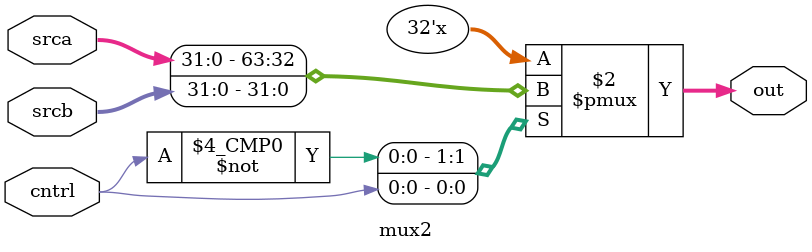
<source format=sv>
module mux2 #(parameter WIDTH = 32) (
    input logic cntrl,
    input logic [WIDTH-1:0] srca,
    input logic [WIDTH-1:0] srcb,
    output logic [WIDTH-1:0] out
);

always_comb
begin
    case(cntrl)
        1'b0: out = srca;
        1'b1: out = srcb;
    endcase
end
    
endmodule
</source>
